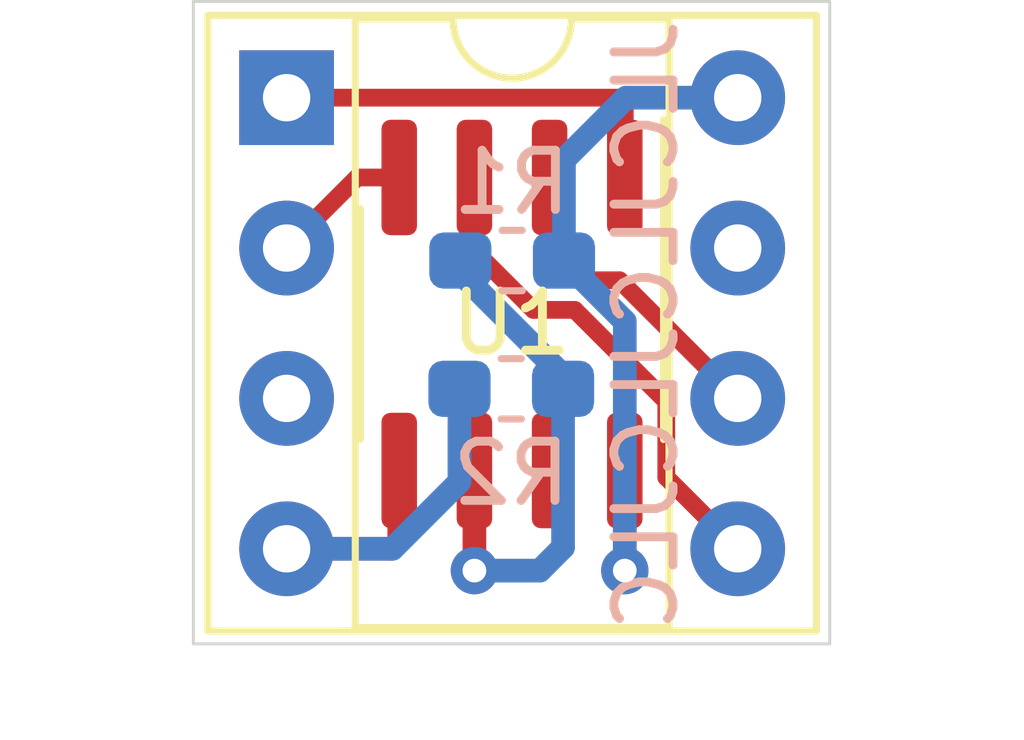
<source format=kicad_pcb>
(kicad_pcb (version 20171130) (host pcbnew "(5.1.9)-1")

  (general
    (thickness 1.6)
    (drawings 5)
    (tracks 37)
    (zones 0)
    (modules 4)
    (nets 11)
  )

  (page A3)
  (title_block
    (title SPI_to_MW_Adapter)
    (date 2021-07-05)
    (rev v1_1)
  )

  (layers
    (0 F.Cu signal)
    (31 B.Cu signal)
    (32 B.Adhes user)
    (33 F.Adhes user)
    (34 B.Paste user)
    (35 F.Paste user)
    (36 B.SilkS user)
    (37 F.SilkS user)
    (38 B.Mask user)
    (39 F.Mask user)
    (40 Dwgs.User user)
    (41 Cmts.User user)
    (42 Eco1.User user)
    (43 Eco2.User user)
    (44 Edge.Cuts user)
    (45 Margin user)
    (46 B.CrtYd user)
    (47 F.CrtYd user)
    (48 B.Fab user)
    (49 F.Fab user)
  )

  (setup
    (last_trace_width 0.25)
    (user_trace_width 0.3)
    (user_trace_width 0.4)
    (trace_clearance 0.2)
    (zone_clearance 0.508)
    (zone_45_only no)
    (trace_min 0.2)
    (via_size 0.8)
    (via_drill 0.4)
    (via_min_size 0.4)
    (via_min_drill 0.3)
    (uvia_size 0.3)
    (uvia_drill 0.1)
    (uvias_allowed no)
    (uvia_min_size 0.2)
    (uvia_min_drill 0.1)
    (edge_width 0.05)
    (segment_width 0.2)
    (pcb_text_width 0.3)
    (pcb_text_size 1.5 1.5)
    (mod_edge_width 0.12)
    (mod_text_size 1 1)
    (mod_text_width 0.15)
    (pad_size 1.524 1.524)
    (pad_drill 0.762)
    (pad_to_mask_clearance 0)
    (aux_axis_origin 0 0)
    (visible_elements 7FFFFFFF)
    (pcbplotparams
      (layerselection 0x010fc_ffffffff)
      (usegerberextensions false)
      (usegerberattributes true)
      (usegerberadvancedattributes true)
      (creategerberjobfile true)
      (excludeedgelayer true)
      (linewidth 0.100000)
      (plotframeref false)
      (viasonmask false)
      (mode 1)
      (useauxorigin false)
      (hpglpennumber 1)
      (hpglpenspeed 20)
      (hpglpendiameter 15.000000)
      (psnegative false)
      (psa4output false)
      (plotreference true)
      (plotvalue true)
      (plotinvisibletext false)
      (padsonsilk false)
      (subtractmaskfromsilk false)
      (outputformat 1)
      (mirror false)
      (drillshape 1)
      (scaleselection 1)
      (outputdirectory ""))
  )

  (net 0 "")
  (net 1 ORG)
  (net 2 VCC)
  (net 3 GND)
  (net 4 RST)
  (net 5 SCK)
  (net 6 MOSI)
  (net 7 MISO)
  (net 8 "Net-(U1-Pad7)")
  (net 9 "Net-(U2-Pad3)")
  (net 10 "Net-(U2-Pad7)")

  (net_class Default "This is the default net class."
    (clearance 0.2)
    (trace_width 0.25)
    (via_dia 0.8)
    (via_drill 0.4)
    (uvia_dia 0.3)
    (uvia_drill 0.1)
    (add_net GND)
    (add_net MISO)
    (add_net MOSI)
    (add_net "Net-(U1-Pad7)")
    (add_net "Net-(U2-Pad3)")
    (add_net "Net-(U2-Pad7)")
    (add_net ORG)
    (add_net RST)
    (add_net SCK)
    (add_net VCC)
  )

  (module Package_SO:SOIC-8_3.9x4.9mm_P1.27mm (layer F.Cu) (tedit 5D9F72B1) (tstamp 60E33A33)
    (at 222.82404 137.0584 270)
    (descr "SOIC, 8 Pin (JEDEC MS-012AA, https://www.analog.com/media/en/package-pcb-resources/package/pkg_pdf/soic_narrow-r/r_8.pdf), generated with kicad-footprint-generator ipc_gullwing_generator.py")
    (tags "SOIC SO")
    (path /60E45BCD)
    (attr smd)
    (fp_text reference U1 (at -0.0127 0.01016 180) (layer F.SilkS)
      (effects (font (size 1 1) (thickness 0.15)))
    )
    (fp_text value EEPROM-93C-SOIC-8 (at 6.18744 0 180) (layer F.Fab)
      (effects (font (size 1 1) (thickness 0.15)))
    )
    (fp_line (start 0 2.56) (end 1.95 2.56) (layer F.SilkS) (width 0.12))
    (fp_line (start 0 2.56) (end -1.95 2.56) (layer F.SilkS) (width 0.12))
    (fp_line (start 0 -2.56) (end 1.95 -2.56) (layer F.SilkS) (width 0.12))
    (fp_line (start 0 -2.56) (end -3.45 -2.56) (layer F.SilkS) (width 0.12))
    (fp_line (start -0.975 -2.45) (end 1.95 -2.45) (layer F.Fab) (width 0.1))
    (fp_line (start 1.95 -2.45) (end 1.95 2.45) (layer F.Fab) (width 0.1))
    (fp_line (start 1.95 2.45) (end -1.95 2.45) (layer F.Fab) (width 0.1))
    (fp_line (start -1.95 2.45) (end -1.95 -1.475) (layer F.Fab) (width 0.1))
    (fp_line (start -1.95 -1.475) (end -0.975 -2.45) (layer F.Fab) (width 0.1))
    (fp_line (start -3.7 -2.7) (end -3.7 2.7) (layer F.CrtYd) (width 0.05))
    (fp_line (start -3.7 2.7) (end 3.7 2.7) (layer F.CrtYd) (width 0.05))
    (fp_line (start 3.7 2.7) (end 3.7 -2.7) (layer F.CrtYd) (width 0.05))
    (fp_line (start 3.7 -2.7) (end -3.7 -2.7) (layer F.CrtYd) (width 0.05))
    (fp_text user %R (at 0 0 180) (layer F.Fab)
      (effects (font (size 0.98 0.98) (thickness 0.15)))
    )
    (pad 8 smd roundrect (at 2.475 -1.905 270) (size 1.95 0.6) (layers F.Cu F.Paste F.Mask) (roundrect_rratio 0.25)
      (net 2 VCC))
    (pad 7 smd roundrect (at 2.475 -0.635 270) (size 1.95 0.6) (layers F.Cu F.Paste F.Mask) (roundrect_rratio 0.25)
      (net 8 "Net-(U1-Pad7)"))
    (pad 6 smd roundrect (at 2.475 0.635 270) (size 1.95 0.6) (layers F.Cu F.Paste F.Mask) (roundrect_rratio 0.25)
      (net 1 ORG))
    (pad 5 smd roundrect (at 2.475 1.905 270) (size 1.95 0.6) (layers F.Cu F.Paste F.Mask) (roundrect_rratio 0.25)
      (net 3 GND))
    (pad 4 smd roundrect (at -2.475 1.905 270) (size 1.95 0.6) (layers F.Cu F.Paste F.Mask) (roundrect_rratio 0.25)
      (net 7 MISO))
    (pad 3 smd roundrect (at -2.475 0.635 270) (size 1.95 0.6) (layers F.Cu F.Paste F.Mask) (roundrect_rratio 0.25)
      (net 6 MOSI))
    (pad 2 smd roundrect (at -2.475 -0.635 270) (size 1.95 0.6) (layers F.Cu F.Paste F.Mask) (roundrect_rratio 0.25)
      (net 5 SCK))
    (pad 1 smd roundrect (at -2.475 -1.905 270) (size 1.95 0.6) (layers F.Cu F.Paste F.Mask) (roundrect_rratio 0.25)
      (net 4 RST))
    (model ${KISYS3DMOD}/Package_SO.3dshapes/SOIC-8_3.9x4.9mm_P1.27mm.wrl
      (at (xyz 0 0 0))
      (scale (xyz 1 1 1))
      (rotate (xyz 0 0 0))
    )
  )

  (module Resistor_SMD:R_0603_1608Metric_Pad1.05x0.95mm_HandSolder (layer B.Cu) (tedit 5B301BBD) (tstamp 60E331A9)
    (at 222.82658 135.98652)
    (descr "Resistor SMD 0603 (1608 Metric), square (rectangular) end terminal, IPC_7351 nominal with elongated pad for handsoldering. (Body size source: http://www.tortai-tech.com/upload/download/2011102023233369053.pdf), generated with kicad-footprint-generator")
    (tags "resistor handsolder")
    (path /60E45BF0)
    (attr smd)
    (fp_text reference R1 (at -0.00762 -1.31826) (layer B.SilkS)
      (effects (font (size 1 1) (thickness 0.15)) (justify mirror))
    )
    (fp_text value 4.7K (at -0.00508 -1.32588) (layer B.Fab)
      (effects (font (size 1 1) (thickness 0.15)) (justify mirror))
    )
    (fp_line (start -0.8 -0.4) (end -0.8 0.4) (layer B.Fab) (width 0.1))
    (fp_line (start -0.8 0.4) (end 0.8 0.4) (layer B.Fab) (width 0.1))
    (fp_line (start 0.8 0.4) (end 0.8 -0.4) (layer B.Fab) (width 0.1))
    (fp_line (start 0.8 -0.4) (end -0.8 -0.4) (layer B.Fab) (width 0.1))
    (fp_line (start -0.171267 0.51) (end 0.171267 0.51) (layer B.SilkS) (width 0.12))
    (fp_line (start -0.171267 -0.51) (end 0.171267 -0.51) (layer B.SilkS) (width 0.12))
    (fp_line (start -1.65 -0.73) (end -1.65 0.73) (layer B.CrtYd) (width 0.05))
    (fp_line (start -1.65 0.73) (end 1.65 0.73) (layer B.CrtYd) (width 0.05))
    (fp_line (start 1.65 0.73) (end 1.65 -0.73) (layer B.CrtYd) (width 0.05))
    (fp_line (start 1.65 -0.73) (end -1.65 -0.73) (layer B.CrtYd) (width 0.05))
    (fp_text user %R (at 0 0) (layer B.Fab)
      (effects (font (size 0.4 0.4) (thickness 0.06)) (justify mirror))
    )
    (pad 1 smd roundrect (at -0.875 0) (size 1.05 0.95) (layers B.Cu B.Paste B.Mask) (roundrect_rratio 0.25)
      (net 1 ORG))
    (pad 2 smd roundrect (at 0.875 0) (size 1.05 0.95) (layers B.Cu B.Paste B.Mask) (roundrect_rratio 0.25)
      (net 2 VCC))
    (model ${KISYS3DMOD}/Resistor_SMD.3dshapes/R_0603_1608Metric.wrl
      (at (xyz 0 0 0))
      (scale (xyz 1 1 1))
      (rotate (xyz 0 0 0))
    )
  )

  (module Resistor_SMD:R_0603_1608Metric_Pad1.05x0.95mm_HandSolder (layer B.Cu) (tedit 5B301BBD) (tstamp 60E331BA)
    (at 222.81134 138.15314)
    (descr "Resistor SMD 0603 (1608 Metric), square (rectangular) end terminal, IPC_7351 nominal with elongated pad for handsoldering. (Body size source: http://www.tortai-tech.com/upload/download/2011102023233369053.pdf), generated with kicad-footprint-generator")
    (tags "resistor handsolder")
    (path /60E45BF6)
    (attr smd)
    (fp_text reference R2 (at 0 1.43) (layer B.SilkS)
      (effects (font (size 1 1) (thickness 0.15)) (justify mirror))
    )
    (fp_text value 4.7K (at -0.01524 1.43002) (layer B.Fab)
      (effects (font (size 1 1) (thickness 0.15)) (justify mirror))
    )
    (fp_line (start 1.65 -0.73) (end -1.65 -0.73) (layer B.CrtYd) (width 0.05))
    (fp_line (start 1.65 0.73) (end 1.65 -0.73) (layer B.CrtYd) (width 0.05))
    (fp_line (start -1.65 0.73) (end 1.65 0.73) (layer B.CrtYd) (width 0.05))
    (fp_line (start -1.65 -0.73) (end -1.65 0.73) (layer B.CrtYd) (width 0.05))
    (fp_line (start -0.171267 -0.51) (end 0.171267 -0.51) (layer B.SilkS) (width 0.12))
    (fp_line (start -0.171267 0.51) (end 0.171267 0.51) (layer B.SilkS) (width 0.12))
    (fp_line (start 0.8 -0.4) (end -0.8 -0.4) (layer B.Fab) (width 0.1))
    (fp_line (start 0.8 0.4) (end 0.8 -0.4) (layer B.Fab) (width 0.1))
    (fp_line (start -0.8 0.4) (end 0.8 0.4) (layer B.Fab) (width 0.1))
    (fp_line (start -0.8 -0.4) (end -0.8 0.4) (layer B.Fab) (width 0.1))
    (fp_text user %R (at 0 0) (layer B.Fab)
      (effects (font (size 0.4 0.4) (thickness 0.06)) (justify mirror))
    )
    (pad 2 smd roundrect (at 0.875 0) (size 1.05 0.95) (layers B.Cu B.Paste B.Mask) (roundrect_rratio 0.25)
      (net 1 ORG))
    (pad 1 smd roundrect (at -0.875 0) (size 1.05 0.95) (layers B.Cu B.Paste B.Mask) (roundrect_rratio 0.25)
      (net 3 GND))
    (model ${KISYS3DMOD}/Resistor_SMD.3dshapes/R_0603_1608Metric.wrl
      (at (xyz 0 0 0))
      (scale (xyz 1 1 1))
      (rotate (xyz 0 0 0))
    )
  )

  (module Package_DIP:DIP-8_W7.62mm_Socket (layer F.Cu) (tedit 5A02E8C5) (tstamp 60E331FD)
    (at 219.016781 133.235101)
    (descr "8-lead though-hole mounted DIP package, row spacing 7.62 mm (300 mils), Socket")
    (tags "THT DIP DIL PDIP 2.54mm 7.62mm 300mil Socket")
    (path /60E45BC7)
    (fp_text reference U2 (at 3.81 3.813139) (layer F.SilkS) hide
      (effects (font (size 1 1) (thickness 0.15)))
    )
    (fp_text value SPI-25-SOIC-8 (at 3.807259 -2.333661) (layer F.Fab) hide
      (effects (font (size 1 1) (thickness 0.15)))
    )
    (fp_line (start 1.635 -1.27) (end 6.985 -1.27) (layer F.Fab) (width 0.1))
    (fp_line (start 6.985 -1.27) (end 6.985 8.89) (layer F.Fab) (width 0.1))
    (fp_line (start 6.985 8.89) (end 0.635 8.89) (layer F.Fab) (width 0.1))
    (fp_line (start 0.635 8.89) (end 0.635 -0.27) (layer F.Fab) (width 0.1))
    (fp_line (start 0.635 -0.27) (end 1.635 -1.27) (layer F.Fab) (width 0.1))
    (fp_line (start -1.27 -1.33) (end -1.27 8.95) (layer F.Fab) (width 0.1))
    (fp_line (start -1.27 8.95) (end 8.89 8.95) (layer F.Fab) (width 0.1))
    (fp_line (start 8.89 8.95) (end 8.89 -1.33) (layer F.Fab) (width 0.1))
    (fp_line (start 8.89 -1.33) (end -1.27 -1.33) (layer F.Fab) (width 0.1))
    (fp_line (start 2.81 -1.33) (end 1.16 -1.33) (layer F.SilkS) (width 0.12))
    (fp_line (start 1.16 -1.33) (end 1.16 8.95) (layer F.SilkS) (width 0.12))
    (fp_line (start 1.16 8.95) (end 6.46 8.95) (layer F.SilkS) (width 0.12))
    (fp_line (start 6.46 8.95) (end 6.46 -1.33) (layer F.SilkS) (width 0.12))
    (fp_line (start 6.46 -1.33) (end 4.81 -1.33) (layer F.SilkS) (width 0.12))
    (fp_line (start -1.33 -1.39) (end -1.33 9.01) (layer F.SilkS) (width 0.12))
    (fp_line (start -1.33 9.01) (end 8.95 9.01) (layer F.SilkS) (width 0.12))
    (fp_line (start 8.95 9.01) (end 8.95 -1.39) (layer F.SilkS) (width 0.12))
    (fp_line (start 8.95 -1.39) (end -1.33 -1.39) (layer F.SilkS) (width 0.12))
    (fp_line (start -1.55 -1.6) (end -1.55 9.2) (layer F.CrtYd) (width 0.05))
    (fp_line (start -1.55 9.2) (end 9.15 9.2) (layer F.CrtYd) (width 0.05))
    (fp_line (start 9.15 9.2) (end 9.15 -1.6) (layer F.CrtYd) (width 0.05))
    (fp_line (start 9.15 -1.6) (end -1.55 -1.6) (layer F.CrtYd) (width 0.05))
    (fp_arc (start 3.81 -1.33) (end 2.81 -1.33) (angle -180) (layer F.SilkS) (width 0.12))
    (fp_text user %R (at 3.81 3.81) (layer F.Fab)
      (effects (font (size 1 1) (thickness 0.15)))
    )
    (pad 1 thru_hole rect (at 0 0) (size 1.6 1.6) (drill 0.8) (layers *.Cu *.Mask)
      (net 4 RST))
    (pad 5 thru_hole oval (at 7.62 7.62) (size 1.6 1.6) (drill 0.8) (layers *.Cu *.Mask)
      (net 6 MOSI))
    (pad 2 thru_hole oval (at 0 2.54) (size 1.6 1.6) (drill 0.8) (layers *.Cu *.Mask)
      (net 7 MISO))
    (pad 6 thru_hole oval (at 7.62 5.08) (size 1.6 1.6) (drill 0.8) (layers *.Cu *.Mask)
      (net 5 SCK))
    (pad 3 thru_hole oval (at 0 5.08) (size 1.6 1.6) (drill 0.8) (layers *.Cu *.Mask)
      (net 9 "Net-(U2-Pad3)"))
    (pad 7 thru_hole oval (at 7.62 2.54) (size 1.6 1.6) (drill 0.8) (layers *.Cu *.Mask)
      (net 10 "Net-(U2-Pad7)"))
    (pad 4 thru_hole oval (at 0 7.62) (size 1.6 1.6) (drill 0.8) (layers *.Cu *.Mask)
      (net 3 GND))
    (pad 8 thru_hole oval (at 7.62 0) (size 1.6 1.6) (drill 0.8) (layers *.Cu *.Mask)
      (net 2 VCC))
    (model ${KISYS3DMOD}/Package_DIP.3dshapes/DIP-8_W7.62mm_Socket.wrl
      (at (xyz 0 0 0))
      (scale (xyz 1 1 1))
      (rotate (xyz 0 0 0))
    )
  )

  (gr_text JLCJLCJLCJLC (at 225.08972 137.08126 90) (layer B.SilkS)
    (effects (font (size 1 1) (thickness 0.15)) (justify mirror))
  )
  (gr_line (start 217.44178 142.46098) (end 217.44178 131.6101) (layer Edge.Cuts) (width 0.05) (tstamp 60E3359D))
  (gr_line (start 228.19106 142.46098) (end 217.44178 142.46098) (layer Edge.Cuts) (width 0.05))
  (gr_line (start 228.19106 131.6101) (end 228.19106 142.46098) (layer Edge.Cuts) (width 0.05))
  (gr_line (start 217.44178 131.6101) (end 228.19106 131.6101) (layer Edge.Cuts) (width 0.05))

  (segment (start 221.95158 135.98652) (end 221.95158 136.19356) (width 0.4) (layer B.Cu) (net 1))
  (segment (start 223.68634 137.92832) (end 223.68634 138.15314) (width 0.4) (layer B.Cu) (net 1))
  (segment (start 221.95158 136.19356) (end 223.68634 137.92832) (width 0.4) (layer B.Cu) (net 1))
  (segment (start 222.18904 139.5334) (end 222.18904 141.224) (width 0.4) (layer F.Cu) (net 1))
  (via (at 222.18904 141.224) (size 0.8) (drill 0.4) (layers F.Cu B.Cu) (net 1))
  (segment (start 222.18904 141.224) (end 223.29394 141.224) (width 0.4) (layer B.Cu) (net 1))
  (segment (start 223.68634 140.8316) (end 223.68634 138.15314) (width 0.4) (layer B.Cu) (net 1))
  (segment (start 223.29394 141.224) (end 223.68634 140.8316) (width 0.4) (layer B.Cu) (net 1))
  (segment (start 223.70158 135.98652) (end 223.70158 134.28348) (width 0.4) (layer B.Cu) (net 2))
  (segment (start 224.749959 133.235101) (end 226.636781 133.235101) (width 0.4) (layer B.Cu) (net 2))
  (segment (start 223.70158 134.28348) (end 224.749959 133.235101) (width 0.4) (layer B.Cu) (net 2))
  (segment (start 224.72904 139.5334) (end 224.72904 141.224) (width 0.4) (layer F.Cu) (net 2))
  (via (at 224.72904 141.224) (size 0.8) (drill 0.4) (layers F.Cu B.Cu) (net 2))
  (segment (start 224.72904 137.01398) (end 224.72904 141.224) (width 0.4) (layer B.Cu) (net 2))
  (segment (start 223.70158 135.98652) (end 224.72904 137.01398) (width 0.4) (layer B.Cu) (net 2))
  (segment (start 221.718742 138.15314) (end 221.93634 138.15314) (width 0.4) (layer B.Cu) (net 3))
  (segment (start 220.91904 139.5334) (end 220.91904 140.73124) (width 0.4) (layer F.Cu) (net 3))
  (segment (start 220.795179 140.855101) (end 219.016781 140.855101) (width 0.4) (layer F.Cu) (net 3))
  (segment (start 220.91904 140.73124) (end 220.795179 140.855101) (width 0.4) (layer F.Cu) (net 3))
  (segment (start 221.93634 138.15314) (end 221.93634 139.7241) (width 0.4) (layer B.Cu) (net 3))
  (segment (start 220.805339 140.855101) (end 219.016781 140.855101) (width 0.4) (layer B.Cu) (net 3))
  (segment (start 221.93634 139.7241) (end 220.805339 140.855101) (width 0.4) (layer B.Cu) (net 3))
  (segment (start 224.72904 134.5834) (end 224.72904 133.27126) (width 0.3) (layer F.Cu) (net 4))
  (segment (start 224.692881 133.235101) (end 219.016781 133.235101) (width 0.3) (layer F.Cu) (net 4))
  (segment (start 224.72904 133.27126) (end 224.692881 133.235101) (width 0.3) (layer F.Cu) (net 4))
  (segment (start 223.45904 134.5834) (end 223.45904 135.82142) (width 0.3) (layer F.Cu) (net 5))
  (segment (start 224.64131 136.31963) (end 226.636781 138.315101) (width 0.3) (layer F.Cu) (net 5))
  (segment (start 223.95725 136.31963) (end 224.64131 136.31963) (width 0.3) (layer F.Cu) (net 5))
  (segment (start 223.45904 135.82142) (end 223.95725 136.31963) (width 0.3) (layer F.Cu) (net 5))
  (segment (start 222.18904 134.5834) (end 222.18904 135.82142) (width 0.3) (layer F.Cu) (net 6))
  (segment (start 222.18904 135.82142) (end 223.18726 136.81964) (width 0.3) (layer F.Cu) (net 6))
  (segment (start 223.88322 136.81964) (end 225.43008 138.3665) (width 0.3) (layer F.Cu) (net 6))
  (segment (start 223.18726 136.81964) (end 223.88322 136.81964) (width 0.3) (layer F.Cu) (net 6))
  (segment (start 225.43008 139.6484) (end 226.636781 140.855101) (width 0.3) (layer F.Cu) (net 6))
  (segment (start 225.43008 138.3665) (end 225.43008 139.6484) (width 0.3) (layer F.Cu) (net 6))
  (segment (start 220.208482 134.5834) (end 219.016781 135.775101) (width 0.3) (layer F.Cu) (net 7))
  (segment (start 220.91904 134.5834) (end 220.208482 134.5834) (width 0.3) (layer F.Cu) (net 7))

)

</source>
